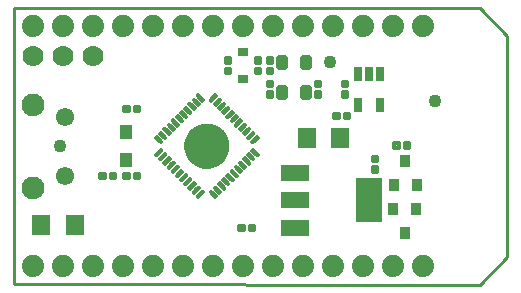
<source format=gbs>
G75*
%MOIN*%
%OFA0B0*%
%FSLAX24Y24*%
%IPPOS*%
%LPD*%
%AMOC8*
5,1,8,0,0,1.08239X$1,22.5*
%
%ADD10C,0.0100*%
%ADD11C,0.0145*%
%ADD12C,0.0434*%
%ADD13R,0.0434X0.0512*%
%ADD14R,0.0257X0.0512*%
%ADD15R,0.0350X0.0390*%
%ADD16R,0.0591X0.0670*%
%ADD17C,0.1000*%
%ADD18C,0.0119*%
%ADD19R,0.0920X0.0520*%
%ADD20R,0.0906X0.1457*%
%ADD21R,0.0367X0.0288*%
%ADD22C,0.0740*%
%ADD23C,0.0700*%
%ADD24C,0.0195*%
%ADD25C,0.0610*%
%ADD26C,0.0760*%
D10*
X001820Y001850D02*
X017340Y001840D01*
X018270Y002770D01*
X018270Y010130D01*
X017350Y011050D01*
X001820Y011050D01*
X001820Y001850D01*
D11*
X004702Y005377D02*
X004848Y005377D01*
X004702Y005377D02*
X004702Y005523D01*
X004848Y005523D01*
X004848Y005377D01*
X004848Y005521D02*
X004702Y005521D01*
X005052Y005377D02*
X005198Y005377D01*
X005052Y005377D02*
X005052Y005523D01*
X005198Y005523D01*
X005198Y005377D01*
X005198Y005521D02*
X005052Y005521D01*
X005502Y005523D02*
X005648Y005523D01*
X005648Y005377D01*
X005502Y005377D01*
X005502Y005523D01*
X005502Y005521D02*
X005648Y005521D01*
X005852Y005523D02*
X005998Y005523D01*
X005998Y005377D01*
X005852Y005377D01*
X005852Y005523D01*
X005852Y005521D02*
X005998Y005521D01*
X005998Y007753D02*
X005852Y007753D01*
X005998Y007753D02*
X005998Y007607D01*
X005852Y007607D01*
X005852Y007753D01*
X005852Y007751D02*
X005998Y007751D01*
X005648Y007753D02*
X005502Y007753D01*
X005648Y007753D02*
X005648Y007607D01*
X005502Y007607D01*
X005502Y007753D01*
X005502Y007751D02*
X005648Y007751D01*
X009023Y008882D02*
X009023Y009028D01*
X009023Y008882D02*
X008877Y008882D01*
X008877Y009028D01*
X009023Y009028D01*
X009023Y009026D02*
X008877Y009026D01*
X009023Y009232D02*
X009023Y009378D01*
X009023Y009232D02*
X008877Y009232D01*
X008877Y009378D01*
X009023Y009378D01*
X009023Y009376D02*
X008877Y009376D01*
X010023Y009378D02*
X010023Y009232D01*
X009877Y009232D01*
X009877Y009378D01*
X010023Y009378D01*
X010023Y009376D02*
X009877Y009376D01*
X010023Y009028D02*
X010023Y008882D01*
X009877Y008882D01*
X009877Y009028D01*
X010023Y009028D01*
X010023Y009026D02*
X009877Y009026D01*
X010423Y009028D02*
X010423Y008882D01*
X010277Y008882D01*
X010277Y009028D01*
X010423Y009028D01*
X010423Y009026D02*
X010277Y009026D01*
X010423Y009232D02*
X010423Y009378D01*
X010423Y009232D02*
X010277Y009232D01*
X010277Y009378D01*
X010423Y009378D01*
X010423Y009376D02*
X010277Y009376D01*
X010277Y008598D02*
X010277Y008452D01*
X010277Y008598D02*
X010423Y008598D01*
X010423Y008452D01*
X010277Y008452D01*
X010277Y008596D02*
X010423Y008596D01*
X010277Y008248D02*
X010277Y008102D01*
X010277Y008248D02*
X010423Y008248D01*
X010423Y008102D01*
X010277Y008102D01*
X010277Y008246D02*
X010423Y008246D01*
X012023Y008248D02*
X012023Y008102D01*
X011877Y008102D01*
X011877Y008248D01*
X012023Y008248D01*
X012023Y008246D02*
X011877Y008246D01*
X012023Y008452D02*
X012023Y008598D01*
X012023Y008452D02*
X011877Y008452D01*
X011877Y008598D01*
X012023Y008598D01*
X012023Y008596D02*
X011877Y008596D01*
X012923Y008598D02*
X012923Y008452D01*
X012777Y008452D01*
X012777Y008598D01*
X012923Y008598D01*
X012923Y008596D02*
X012777Y008596D01*
X012923Y008248D02*
X012923Y008102D01*
X012777Y008102D01*
X012777Y008248D01*
X012923Y008248D01*
X012923Y008246D02*
X012777Y008246D01*
X012852Y007523D02*
X012998Y007523D01*
X012998Y007377D01*
X012852Y007377D01*
X012852Y007523D01*
X012852Y007521D02*
X012998Y007521D01*
X012648Y007523D02*
X012502Y007523D01*
X012648Y007523D02*
X012648Y007377D01*
X012502Y007377D01*
X012502Y007523D01*
X012502Y007521D02*
X012648Y007521D01*
X014502Y006397D02*
X014648Y006397D01*
X014502Y006397D02*
X014502Y006543D01*
X014648Y006543D01*
X014648Y006397D01*
X014648Y006541D02*
X014502Y006541D01*
X014852Y006397D02*
X014998Y006397D01*
X014852Y006397D02*
X014852Y006543D01*
X014998Y006543D01*
X014998Y006397D01*
X014998Y006541D02*
X014852Y006541D01*
X013923Y006098D02*
X013923Y005952D01*
X013777Y005952D01*
X013777Y006098D01*
X013923Y006098D01*
X013923Y006096D02*
X013777Y006096D01*
X013923Y005748D02*
X013923Y005602D01*
X013777Y005602D01*
X013777Y005748D01*
X013923Y005748D01*
X013923Y005746D02*
X013777Y005746D01*
X009828Y003647D02*
X009682Y003647D01*
X009682Y003793D01*
X009828Y003793D01*
X009828Y003647D01*
X009828Y003791D02*
X009682Y003791D01*
X009478Y003647D02*
X009332Y003647D01*
X009332Y003793D01*
X009478Y003793D01*
X009478Y003647D01*
X009478Y003791D02*
X009332Y003791D01*
D12*
X003350Y006450D03*
X012350Y009250D03*
X015850Y007950D03*
D13*
X005550Y006922D03*
X005550Y005978D03*
D14*
X013276Y007838D03*
X014024Y007838D03*
X014024Y008862D03*
X013650Y008862D03*
X013276Y008862D03*
D15*
X014860Y005950D03*
X014480Y005150D03*
X015240Y005150D03*
X015220Y004350D03*
X014460Y004350D03*
X014840Y003550D03*
D16*
X012681Y006730D03*
X011579Y006730D03*
X003841Y003810D03*
X002739Y003810D03*
D17*
X008000Y006450D02*
X008002Y006481D01*
X008008Y006512D01*
X008018Y006542D01*
X008031Y006570D01*
X008048Y006597D01*
X008068Y006621D01*
X008091Y006643D01*
X008116Y006661D01*
X008144Y006676D01*
X008173Y006688D01*
X008203Y006696D01*
X008234Y006700D01*
X008266Y006700D01*
X008297Y006696D01*
X008327Y006688D01*
X008356Y006676D01*
X008384Y006661D01*
X008409Y006643D01*
X008432Y006621D01*
X008452Y006597D01*
X008469Y006570D01*
X008482Y006542D01*
X008492Y006512D01*
X008498Y006481D01*
X008500Y006450D01*
X008498Y006419D01*
X008492Y006388D01*
X008482Y006358D01*
X008469Y006330D01*
X008452Y006303D01*
X008432Y006279D01*
X008409Y006257D01*
X008384Y006239D01*
X008356Y006224D01*
X008327Y006212D01*
X008297Y006204D01*
X008266Y006200D01*
X008234Y006200D01*
X008203Y006204D01*
X008173Y006212D01*
X008144Y006224D01*
X008116Y006239D01*
X008091Y006257D01*
X008068Y006279D01*
X008048Y006303D01*
X008031Y006330D01*
X008018Y006358D01*
X008008Y006388D01*
X008002Y006419D01*
X008000Y006450D01*
D18*
X007264Y007137D02*
X007113Y007288D01*
X007134Y007309D01*
X007285Y007158D01*
X007264Y007137D01*
X007188Y007255D02*
X007146Y007255D01*
X007252Y007427D02*
X007403Y007276D01*
X007252Y007427D02*
X007273Y007448D01*
X007424Y007297D01*
X007403Y007276D01*
X007327Y007394D02*
X007285Y007394D01*
X007391Y007566D02*
X007542Y007415D01*
X007391Y007566D02*
X007412Y007587D01*
X007563Y007436D01*
X007542Y007415D01*
X007466Y007533D02*
X007424Y007533D01*
X007531Y007705D02*
X007682Y007554D01*
X007531Y007705D02*
X007552Y007726D01*
X007703Y007575D01*
X007682Y007554D01*
X007606Y007672D02*
X007564Y007672D01*
X007670Y007844D02*
X007821Y007693D01*
X007670Y007844D02*
X007691Y007865D01*
X007842Y007714D01*
X007821Y007693D01*
X007745Y007811D02*
X007703Y007811D01*
X007809Y007983D02*
X007960Y007832D01*
X007809Y007983D02*
X007830Y008004D01*
X007981Y007853D01*
X007960Y007832D01*
X007884Y007950D02*
X007842Y007950D01*
X007948Y008123D02*
X008099Y007972D01*
X007948Y008123D02*
X007969Y008144D01*
X008120Y007993D01*
X008099Y007972D01*
X008023Y008090D02*
X007981Y008090D01*
X008380Y007993D02*
X008531Y008144D01*
X008552Y008123D01*
X008401Y007972D01*
X008380Y007993D01*
X008477Y008090D02*
X008519Y008090D01*
X008670Y008004D02*
X008519Y007853D01*
X008670Y008004D02*
X008691Y007983D01*
X008540Y007832D01*
X008519Y007853D01*
X008616Y007950D02*
X008658Y007950D01*
X008809Y007865D02*
X008658Y007714D01*
X008809Y007865D02*
X008830Y007844D01*
X008679Y007693D01*
X008658Y007714D01*
X008755Y007811D02*
X008797Y007811D01*
X008948Y007726D02*
X008797Y007575D01*
X008948Y007726D02*
X008969Y007705D01*
X008818Y007554D01*
X008797Y007575D01*
X008894Y007672D02*
X008936Y007672D01*
X009088Y007587D02*
X008937Y007436D01*
X009088Y007587D02*
X009109Y007566D01*
X008958Y007415D01*
X008937Y007436D01*
X009034Y007533D02*
X009076Y007533D01*
X009227Y007448D02*
X009076Y007297D01*
X009227Y007448D02*
X009248Y007427D01*
X009097Y007276D01*
X009076Y007297D01*
X009173Y007394D02*
X009215Y007394D01*
X009366Y007309D02*
X009215Y007158D01*
X009366Y007309D02*
X009387Y007288D01*
X009236Y007137D01*
X009215Y007158D01*
X009312Y007255D02*
X009354Y007255D01*
X009505Y007169D02*
X009354Y007018D01*
X009505Y007169D02*
X009526Y007148D01*
X009375Y006997D01*
X009354Y007018D01*
X009451Y007115D02*
X009493Y007115D01*
X009644Y007030D02*
X009493Y006879D01*
X009644Y007030D02*
X009665Y007009D01*
X009514Y006858D01*
X009493Y006879D01*
X009590Y006976D02*
X009632Y006976D01*
X009784Y006891D02*
X009633Y006740D01*
X009784Y006891D02*
X009805Y006870D01*
X009654Y006719D01*
X009633Y006740D01*
X009730Y006837D02*
X009772Y006837D01*
X009923Y006752D02*
X009772Y006601D01*
X009923Y006752D02*
X009944Y006731D01*
X009793Y006580D01*
X009772Y006601D01*
X009869Y006698D02*
X009911Y006698D01*
X009793Y006320D02*
X009944Y006169D01*
X009923Y006148D01*
X009772Y006299D01*
X009793Y006320D01*
X009805Y006266D02*
X009847Y006266D01*
X009654Y006181D02*
X009805Y006030D01*
X009784Y006009D01*
X009633Y006160D01*
X009654Y006181D01*
X009666Y006127D02*
X009708Y006127D01*
X009514Y006042D02*
X009665Y005891D01*
X009644Y005870D01*
X009493Y006021D01*
X009514Y006042D01*
X009526Y005988D02*
X009568Y005988D01*
X009375Y005903D02*
X009526Y005752D01*
X009505Y005731D01*
X009354Y005882D01*
X009375Y005903D01*
X009387Y005849D02*
X009429Y005849D01*
X009236Y005763D02*
X009387Y005612D01*
X009366Y005591D01*
X009215Y005742D01*
X009236Y005763D01*
X009248Y005709D02*
X009290Y005709D01*
X009097Y005624D02*
X009248Y005473D01*
X009227Y005452D01*
X009076Y005603D01*
X009097Y005624D01*
X009109Y005570D02*
X009151Y005570D01*
X008958Y005485D02*
X009109Y005334D01*
X009088Y005313D01*
X008937Y005464D01*
X008958Y005485D01*
X008970Y005431D02*
X009012Y005431D01*
X008818Y005346D02*
X008969Y005195D01*
X008948Y005174D01*
X008797Y005325D01*
X008818Y005346D01*
X008830Y005292D02*
X008872Y005292D01*
X008679Y005207D02*
X008830Y005056D01*
X008809Y005035D01*
X008658Y005186D01*
X008679Y005207D01*
X008691Y005153D02*
X008733Y005153D01*
X008540Y005067D02*
X008691Y004916D01*
X008670Y004895D01*
X008519Y005046D01*
X008540Y005067D01*
X008552Y005013D02*
X008594Y005013D01*
X008401Y004928D02*
X008552Y004777D01*
X008531Y004756D01*
X008380Y004907D01*
X008401Y004928D01*
X008413Y004874D02*
X008455Y004874D01*
X008120Y004907D02*
X007969Y004756D01*
X007948Y004777D01*
X008099Y004928D01*
X008120Y004907D01*
X008087Y004874D02*
X008045Y004874D01*
X007981Y005046D02*
X007830Y004895D01*
X007809Y004916D01*
X007960Y005067D01*
X007981Y005046D01*
X007948Y005013D02*
X007906Y005013D01*
X007842Y005186D02*
X007691Y005035D01*
X007670Y005056D01*
X007821Y005207D01*
X007842Y005186D01*
X007809Y005153D02*
X007767Y005153D01*
X007703Y005325D02*
X007552Y005174D01*
X007531Y005195D01*
X007682Y005346D01*
X007703Y005325D01*
X007670Y005292D02*
X007628Y005292D01*
X007563Y005464D02*
X007412Y005313D01*
X007391Y005334D01*
X007542Y005485D01*
X007563Y005464D01*
X007530Y005431D02*
X007488Y005431D01*
X007424Y005603D02*
X007273Y005452D01*
X007252Y005473D01*
X007403Y005624D01*
X007424Y005603D01*
X007391Y005570D02*
X007349Y005570D01*
X007285Y005742D02*
X007134Y005591D01*
X007113Y005612D01*
X007264Y005763D01*
X007285Y005742D01*
X007252Y005709D02*
X007210Y005709D01*
X007146Y005882D02*
X006995Y005731D01*
X006974Y005752D01*
X007125Y005903D01*
X007146Y005882D01*
X007113Y005849D02*
X007071Y005849D01*
X007007Y006021D02*
X006856Y005870D01*
X006835Y005891D01*
X006986Y006042D01*
X007007Y006021D01*
X006974Y005988D02*
X006932Y005988D01*
X006868Y006160D02*
X006717Y006009D01*
X006696Y006030D01*
X006847Y006181D01*
X006868Y006160D01*
X006835Y006127D02*
X006793Y006127D01*
X006728Y006299D02*
X006577Y006148D01*
X006556Y006169D01*
X006707Y006320D01*
X006728Y006299D01*
X006695Y006266D02*
X006653Y006266D01*
X006707Y006580D02*
X006556Y006731D01*
X006577Y006752D01*
X006728Y006601D01*
X006707Y006580D01*
X006631Y006698D02*
X006589Y006698D01*
X006696Y006870D02*
X006847Y006719D01*
X006696Y006870D02*
X006717Y006891D01*
X006868Y006740D01*
X006847Y006719D01*
X006771Y006837D02*
X006729Y006837D01*
X006835Y007009D02*
X006986Y006858D01*
X006835Y007009D02*
X006856Y007030D01*
X007007Y006879D01*
X006986Y006858D01*
X006910Y006976D02*
X006868Y006976D01*
X006974Y007148D02*
X007125Y006997D01*
X006974Y007148D02*
X006995Y007169D01*
X007146Y007018D01*
X007125Y006997D01*
X007049Y007115D02*
X007007Y007115D01*
D19*
X011200Y005560D03*
X011200Y004650D03*
X011200Y003740D03*
D20*
X013640Y004650D03*
D21*
X009450Y008677D03*
X009450Y009583D03*
D22*
X009450Y010450D03*
X008450Y010450D03*
X007450Y010450D03*
X006450Y010450D03*
X005450Y010450D03*
X004450Y010450D03*
X003450Y010450D03*
X002450Y010450D03*
X010450Y010450D03*
X011450Y010450D03*
X012450Y010450D03*
X013450Y010450D03*
X014450Y010450D03*
X015450Y010450D03*
X015450Y002450D03*
X014450Y002450D03*
X013450Y002450D03*
X012450Y002450D03*
X011450Y002450D03*
X010450Y002450D03*
X009450Y002450D03*
X008450Y002450D03*
X007450Y002450D03*
X006450Y002450D03*
X005450Y002450D03*
X004450Y002450D03*
X003450Y002450D03*
X002450Y002450D03*
D23*
X002450Y009450D03*
X003450Y009450D03*
X004450Y009450D03*
D24*
X010652Y009398D02*
X010652Y009102D01*
X010652Y009398D02*
X010848Y009398D01*
X010848Y009102D01*
X010652Y009102D01*
X010652Y009296D02*
X010848Y009296D01*
X011452Y009398D02*
X011452Y009102D01*
X011452Y009398D02*
X011648Y009398D01*
X011648Y009102D01*
X011452Y009102D01*
X011452Y009296D02*
X011648Y009296D01*
X011452Y008398D02*
X011452Y008102D01*
X011452Y008398D02*
X011648Y008398D01*
X011648Y008102D01*
X011452Y008102D01*
X011452Y008296D02*
X011648Y008296D01*
X010652Y008398D02*
X010652Y008102D01*
X010652Y008398D02*
X010848Y008398D01*
X010848Y008102D01*
X010652Y008102D01*
X010652Y008296D02*
X010848Y008296D01*
D25*
X003510Y007430D03*
X003510Y005470D03*
D26*
X002450Y005070D03*
X002450Y007830D03*
M02*

</source>
